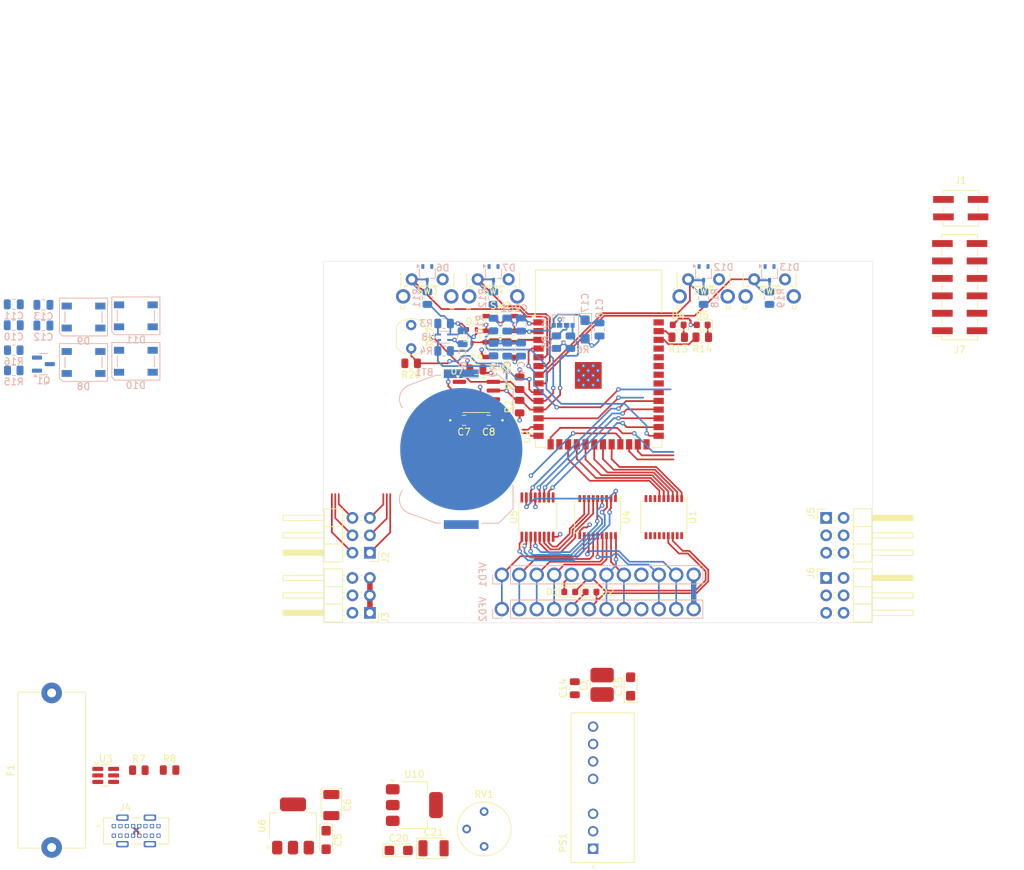
<source format=kicad_pcb>
(kicad_pcb (version 20241229) (generator "pcbnew") (generator_version "9.0")
  (layers (0 "F.Cu" signal) (4 "In1.Cu" signal) (6 "In2.Cu" signal) (2 "B.Cu" signal) (13 "F.Paste" user) (15 "B.Paste" user) (5 "F.SilkS" user "F.Silkscreen") (7 "B.SilkS" user "B.Silkscreen") (1 "F.Mask" user) (3 "B.Mask" user) (25 "Edge.Cuts" user))
  (net 0 "")
  (net 1 "GND")
  (net 2 "Vfilament")
  (net 3 "+5V")
  (net 4 "Vanode")
  (net 5 "+3V3")
  (net 6 "Net-(PS1-+VIN)")
  (net 7 "/EN")
  (net 8 "+1V5")
  (net 9 "/BTN1")
  (net 11 "/BTN2")
  (net 12 "/BTN3")
  (net 13 "/BTN4")
  (net 14 "/BOOT")
  (net 17 "/SER_RIGHT")
  (net 18 "/LED1")
  (net 19 "/LED2")
  (net 20 "/SER_MID")
  (net 22 "/DRIVER_R1")
  (net 24 "/SRCLK")
  (net 25 "Net-(D2-A2)")
  (net 26 "/GPIO3")
  (net 27 "/GPIO39")
  (net 28 "/COLON_LED")
  (net 31 "/GPIO8")
  (net 32 "/GPIO42")
  (net 33 "/USB_D_DN")
  (net 34 "/USB_D_DP")
  (net 35 "/DRIVER_M1")
  (net 36 "/RCLK")
  (net 37 "/DRIVER_R2")
  (net 38 "/DRIVER_M2")
  (net 39 "/{slash}SRCLR")
  (net 40 "/SER_LEFT")
  (net 41 "/DRIVER_L1")
  (net 42 "/DRIVER_L2")
  (net 43 "/GPIO48")
  (net 44 "/GPIO41")
  (net 45 "/SDA")
  (net 46 "/GPIO40")
  (net 47 "/SCL")
  (net 48 "/GRID_L1")
  (net 49 "/GRID_R1")
  (net 50 "/GRID_L2")
  (net 51 "/GRID_R2")
  (net 52 "/Uphoto")
  (net 53 "Vbat")
  (net 54 "Net-(D1-A2)")
  (net 55 "Net-(D4-K)")
  (net 56 "Net-(D5-K)")
  (net 57 "Net-(D11-DO)")
  (net 58 "Net-(D8-DO)")
  (net 60 "Net-(D10-DIN)")
  (net 61 "Net-(D10-DO)")
  (net 62 "Net-(U3-VP)")
  (net 63 "Net-(J1-Pin_3)")
  (net 64 "Net-(J1-Pin_2)")
  (net 65 "Net-(J4-D+-PadA6)")
  (net 66 "Net-(J4-D--PadA7)")
  (net 67 "Net-(J4-CC2)")
  (net 69 "Net-(J4-CC1)")
  (net 71 "Net-(SW2-A)")
  (net 72 "Net-(U4-O1)")
  (net 73 "Net-(U4-I1)")
  (net 74 "Net-(U4-I6)")
  (net 75 "Net-(U4-O5)")
  (net 76 "Net-(U4-I2)")
  (net 77 "Net-(U4-O8)")
  (net 78 "Net-(U4-O6)")
  (net 79 "Net-(U4-O4)")
  (net 80 "Net-(U4-O3)")
  (net 81 "Net-(U4-O2)")
  (net 82 "Net-(U4-I8)")
  (net 83 "Net-(U4-I7)")
  (net 84 "Net-(U4-I3)")
  (net 85 "Net-(U4-O7)")
  (net 86 "Net-(U4-I4)")
  (net 87 "Net-(U4-I5)")
  (footprint "Package_TO_SOT_SMD:SOT-323_SC-70" (layer "F.Cu") (at 113.65 97.275 -90)
    (property "Reference" "D3")
    (property "Value" "1PS70SB84")
  )
  (footprint "LED_SMD:LED_0603_1608Metric" (layer "F.Cu") (at 147.2 95.6 180)
    (property "Reference" "D5")
    (property "Value" "MCU LED")
  )
  (footprint "Connector_PinHeader_2.54mm:PinHeader_2x03_P2.54mm_Horizontal" (layer "F.Cu") (at 165.25 132.46)
    (property "Reference" "J6")
    (property "Value" "R_PWR_CONN")
  )
  (footprint "Diode_SMD:D_0603_1608Metric" (layer "F.Cu") (at 127.9 134.5)
    (property "Reference" "D1")
    (property "Value" "XGD10603MR")
  )
  (footprint "Package_SO:TSSOP-16_4.4x5mm_P0.65mm" (layer "F.Cu") (at 123.2 123.6 90)
    (property "Reference" "U5")
    (property "Value" "SN74HC595PWR")
  )
  (footprint "Package_SO:SSOP-18_4.4x6.5mm_P0.65mm" (layer "F.Cu") (at 131.96 123.6 -90)
    (property "Reference" "U4")
    (property "Value" "TBD62783AFNG")
  )
  (footprint "Resistor_SMD:R_0805_2012Metric" (layer "F.Cu") (at 143.7 97.4 180)
    (property "Reference" "R13")
    (property "Value" "180")
  )
  (footprint "Connector_PinHeader_2.54mm:PinHeader_2x03_P2.54mm_Horizontal" (layer "F.Cu") (at 98.79 128.79 180)
    (property "Reference" "J2")
    (property "Value" "L_SIG_CONN")
  )
  (footprint "Package_SO:SSOP-18_4.4x6.5mm_P0.65mm" (layer "F.Cu") (at 141.6 123.6 -90)
    (property "Reference" "U1")
    (property "Value" "TBD62783AFWG")
  )
  (footprint "Capacitor_Tantalum_SMD:CP_EIA-3528-15_AVX-H" (layer "F.Cu") (at 93.178 165.54 -90)
    (property "Reference" "C6")
    (property "Value" "22u")
  )
  (footprint "Button_Switch_THT:SW_Tactile_SPST_Angled_PTS645Vx83-2LFS" (layer "F.Cu") (at 114.5 88.9625)
    (property "Reference" "SW4")
    (property "Value" "SW_SPST")
  )
  (footprint "Button_Switch_SMD:SW_SPST_PTS810" (layer "F.Cu") (at 117.8 95.4)
    (property "Reference" "SW2")
    (property "Value" "SW_SPST")
  )
  (footprint "Resistor_SMD:R_0805_2012Metric" (layer "F.Cu") (at 120.6 104.1 -90)
    (property "Reference" "R1")
    (property "Value" "4k7")
  )
  (footprint "Resistor_SMD:R_0805_2012Metric" (layer "F.Cu") (at 120.6 107.5 90)
    (property "Reference" "R2")
    (property "Value" "4k7")
  )
  (footprint "Button_Switch_THT:SW_Tactile_SPST_Angled_PTS645Vx83-2LFS" (layer "F.Cu") (at 145.15 88.9625)
    (property "Reference" "SW5")
    (property "Value" "SW_SPST")
  )
  (footprint "LED_SMD:LED_0603_1608Metric" (layer "F.Cu") (at 143.7 95.6 180)
    (property "Reference" "D4")
    (property "Value" "Power LED")
  )
  (footprint "Button_Switch_THT:SW_Tactile_SPST_Angled_PTS645Vx83-2LFS" (layer "F.Cu") (at 154.76 88.9625)
    (property "Reference" "SW6")
    (property "Value" "SW_SPST")
  )
  (footprint "Capacitor_Tantalum_SMD:CP_EIA-3216-18_Kemet-A" (layer "F.Cu") (at 136.764 148.268 90)
    (property "Reference" "C15")
    (property "Value" "10u")
  )
  (footprint "VFDClock_custom_lib:CUI_UJ20-C-V-C-2-SMT-TR" (layer "F.Cu") (at 64.75 169.3)
    (property "Reference" "J4")
    (property "Value" "USB_C_Receptacle_USB2.0_16P")
  )
  (footprint "Package_TO_SOT_SMD:SC-74-6_1.55x2.9mm_P0.95mm" (layer "F.Cu") (at 60.31 161.222)
    (property "Reference" "U3")
    (property "Value" "IP4234CZ6")
  )
  (footprint "RF_Module:ESP32-S3-WROOM-1" (layer "F.Cu") (at 132.1 100.5)
    (property "Reference" "U2")
    (property "Value" "ESP32-S3-WROOM-1")
  )
  (footprint "Capacitor_SMD:C_0805_2012Metric" (layer "F.Cu") (at 114.3 102.1 180)
    (property "Reference" "C9")
    (property "Value" "100n")
  )
  (footprint "Resistor_SMD:R_0805_2012Metric" (layer "F.Cu") (at 147.2 97.4 180)
    (property "Reference" "R14")
    (property "Value" "180")
  )
  (footprint "Resistor_SMD:R_0805_2012Metric" (layer "F.Cu") (at 104.8 101.2 180)
    (property "Reference" "R20")
    (property "Value" "10k")
  )
  (footprint "Capacitor_SMD:C_0805_2012Metric" (layer "F.Cu") (at 112.5 109.5 180)
    (property "Reference" "C7")
    (property "Value" "1n")
  )
  (footprint "Resistor_SMD:R_0805_2012Metric" (layer "F.Cu") (at 65.136 160.46)
    (property "Reference" "R7")
    (property "Value" "5k1")
  )
  (footprint "Resistor_SMD:R_0805_2012Metric" (layer "F.Cu") (at 69.616 160.442)
    (property "Reference" "R8")
    (property "Value" "5k1")
  )
  (footprint "Inductor_SMD:L_1812_4532Metric" (layer "F.Cu") (at 132.614 148.024 90)
    (property "Reference" "L1")
    (property "Value" "5.6u")
  )
  (footprint "Capacitor_Tantalum_SMD:CP_EIA-3216-18_Kemet-A" (layer "F.Cu") (at 102.982 172.144)
    (property "Reference" "C20")
    (property "Value" "10u")
  )
  (footprint "Connector_PinHeader_2.54mm:PinHeader_2x03_P2.54mm_Horizontal" (layer "F.Cu") (at 98.79 137.54 180)
    (property "Reference" "J3")
    (property "Value" "L_PWR_CONN")
  )
  (footprint "Package_SO:SOIC-8_3.9x4.9mm_P1.27mm" (layer "F.Cu") (at 114.3 105.8)
    (property "Reference" "U7")
    (property "Value" "DS3231MZ+TRL")
  )
  (footprint "Capacitor_SMD:C_0805_2012Metric" (layer "F.Cu") (at 116.1 109.5)
    (property "Reference" "C8")
    (property "Value" "100n")
  )
  (footprint "Button_Switch_SMD:SW_SPST_PTS810" (layer "F.Cu") (at 117.8 99.2)
    (property "Reference" "SW1")
    (property "Value" "SW_SPST")
  )
  (footprint "Diode_SMD:D_0603_1608Metric" (layer "F.Cu") (at 131 134.5)
    (property "Reference" "D2")
    (property "Value" "XGD10603MR")
  )
  (footprint "Connector_PinHeader_2.54mm:PinHeader_2x03_P2.54mm_Horizontal" (layer "F.Cu") (at 165.25 123.71)
    (property "Reference" "J5")
    (property "Value" "R_SIG_CONN")
  )
  (footprint "Capacitor_Tantalum_SMD:CP_EIA-3528-15_AVX-H" (layer "F.Cu") (at 108.062 171.835)
    (property "Reference" "C21")
    (property "Value" "22u")
  )
  (footprint "Package_TO_SOT_SMD:SOT-223-3_TabPin2" (layer "F.Cu") (at 105.268 165.54)
    (property "Reference" "U10")
    (property "Value" "AMS1117-1.5")
  )
  (footprint "Connector_PinSocket_2.54mm:PinSocket_2x02_P2.54mm_Vertical_SMD" (layer "F.Cu") (at 184.85 78.6)
    (property "Reference" "J1")
    (property "Value" "Conn_01x04_Socket")
  )
  (footprint "Capacitor_SMD:C_0805_2012Metric" (layer "F.Cu") (at 128.636 148.522 90)
    (property "Reference" "C14")
    (property "Value" "1u")
  )
  (footprint "Connector_PinSocket_2.54mm:PinSocket_2x06_P2.54mm_Vertical_SMD" (layer "F.Cu") (at 184.7 90.1 180)
    (property "Reference" "J7")
    (property "Value" "Conn_02x06_Top_Bottom")
  )
  (footprint "Capacitor_Tantalum_SMD:CP_EIA-3216-18_Kemet-A" (layer "F.Cu") (at 92.416 170.62 -90)
    (property "Reference" "C5")
    (property "Value" "10u")
  )
  (footprint "Fuse:Fuseholder_Cylinder-5x20mm_Schurter_0031_8201_Horizontal_Open" (layer "F.Cu") (at 52.436 171.71 90)
    (property "Reference" "F1")
    (property "Value" "3,5 A")
  )
  (footprint "Package_TO_SOT_SMD:SOT-223-3_TabPin2" (layer "F.Cu") (at 87.59 168.588 90)
    (property "Reference" "U6")
    (property "Value" "AMS1117-3.3")
  )
  (footprint "VFDClock_custom_lib:CONV_RS3K-0524S_H3" (layer "F.Cu") (at 132.7 163 90)
    (property "Reference" "PS1")
    (property "Value" "RS3K-0524S_H3")
  )
  (footprint "OptoDevice:R_LDR_5.1x4.3mm_P3.4mm_Vertical" (layer "F.Cu") (at 104.8 95.625 -90)
    (property "Reference" "R17")
    (property "Value" "R_Photo")
  )
  (footprint "Button_Switch_THT:SW_Tactile_SPST_Angled_PTS645Vx83-2LFS" (layer "F.Cu") (at 104.89 88.9625)
    (property "Reference" "SW3")
    (property "Value" "SW_SPST")
  )
  (footprint "Potentiometer_THT:Potentiometer_Bourns_3339P_Vertical" (layer "F.Cu") (at 115.428 171.566)
    (property "Reference" "RV1")
    (property "Value" "10")
  )
  (footprint "LED_SMD:LED_Inolux_IN-PI554FCH_PLCC4_5.0x5.0mm_P3.2mm" (layer "B.Cu") (at 57.08 94.458)
    (property "Reference" "D9")
    (property "Value" "Inolux_IN-PI554FCH")
  )
  (footprint "Resistor_SMD:R_0805_2012Metric" (layer "B.Cu") (at 125.945 98.1175 90)
    (property "Reference" "R5")
    (property "Value" "4k7")
  )
  (footprint "Capacitor_SMD:C_0805_2012Metric" (layer "B.Cu") (at 112.3 97.4 -90)
    (property "Reference" "C16")
    (property "Value" "100n")
  )
  (footprint "Resistor_SMD:R_0805_2012Metric" (layer "B.Cu") (at 147.39 91.7 90)
    (property "Reference" "R18")
    (property "Value" "10k")
  )
  (footprint "Resistor_SMD:R_0805_2012Metric" (layer "B.Cu") (at 157 91.7 90)
    (property "Reference" "R19")
    (property "Value" "10k")
  )
  (footprint "Package_TO_SOT_SMD:SOT-323_SC-70" (layer "B.Cu") (at 147.39 88.1 -90)
    (property "Reference" "D12")
    (property "Value" "1PS70SB84")
  )
  (footprint "Package_TO_SOT_SMD:SOT-323_SC-70" (layer "B.Cu") (at 116.8 88.1 -90)
    (property "Reference" "D7")
    (property "Value" "1PS70SB84")
  )
  (footprint "LED_SMD:LED_Inolux_IN-PI554FCH_PLCC4_5.0x5.0mm_P3.2mm" (layer "B.Cu") (at 64.7 100.9)
    (property "Reference" "D10")
    (property "Value" "Inolux_IN-PI554FCH")
  )
  (footprint "Resistor_SMD:R_0805_2012Metric" (layer "B.Cu") (at 116.775 91.7 90)
    (property "Reference" "R12")
    (property "Value" "10k")
  )
  (footprint "Resistor_SMD:R_0805_2012Metric" (layer "B.Cu") (at 109.6 95.4 180)
    (property "Reference" "R3")
    (property "Value" "4k7")
  )
  (footprint "Capacitor_SMD:C_0805_2012Metric" (layer "B.Cu") (at 51.238 95.69)
    (property "Reference" "C12")
    (property "Value" "100n")
  )
  (footprint "Package_TO_SOT_SMD:SOT-23" (layer "B.Cu") (at 51.238 101.316)
    (property "Reference" "Q1")
    (property "Value" "BSS138")
  )
  (footprint "Package_TO_SOT_SMD:SOT-323_SC-70" (layer "B.Cu") (at 157 88.1 -90)
    (property "Reference" "D13")
    (property "Value" "1PS70SB84")
  )
  (footprint "Capacitor_SMD:C_0805_2012Metric" (layer "B.Cu") (at 120.8 99.2 -90)
    (property "Reference" "C4")
    (property "Value" "100n")
  )
  (footprint "Resistor_SMD:R_0805_2012Metric" (layer "B.Cu") (at 116.8 95.55 90)
    (property "Reference" "R10")
    (property "Value" "10k")
  )
  (footprint "Capacitor_Tantalum_SMD:CP_EIA-3216-18_Kemet-A" (layer "B.Cu") (at 130.13 96.2675 -90)
    (property "Reference" "C17")
    (property "Value" "10u")
  )
  (footprint "VFDClock_custom_lib:VEML3235SL_Horizontal" (layer "B.Cu") (at 126.935 95.0175)
    (property "Reference" "U9")
    (property "Value" "VEML3235SL")
  )
  (footprint "Connector_PinSocket_2.54mm:PinSocket_1x12_P2.54mm_Vertical" (layer "B.Cu") (at 118.01 137 -90)
    (property "Reference" "VFD2")
    (property "Value" "IV-22")
  )
  (footprint "Resistor_SMD:R_0805_2012Metric" (layer "B.Cu") (at 46.92 99.284)
    (property "Reference" "R16")
    (property "Value" "10k")
  )
  (footprint "Battery:BatteryHolder_Keystone_3034_1x20mm" (layer "B.Cu") (at 112.1 113.7 90)
    (property "Reference" "BT1")
    (property "Value" "CR2032")
  )
  (footprint "Capacitor_SMD:C_0805_2012Metric" (layer "B.Cu") (at 51.238 92.68)
    (property "Reference" "C13")
    (property "Value" "100n")
  )
  (footprint "Capacitor_SMD:C_0805_2012Metric" (layer "B.Cu") (at 46.92 95.652)
    (property "Reference" "C10")
    (property "Value" "100n")
  )
  (footprint "Resistor_SMD:R_0805_2012Metric" (layer "B.Cu") (at 107.165 91.7 90)
    (property "Reference" "R11")
    (property "Value" "10k")
  )
  (footprint "Capacitor_SMD:C_0805_2012Metric" (layer "B.Cu") (at 132.23 96.2675 -90)
    (property "Reference" "C18")
    (property "Value" "100n")
  )
  (footprint "Package_TO_SOT_SMD:SOT-323_SC-70" (layer "B.Cu") (at 107.15 88.1 -90)
    (property "Reference" "D6")
    (property "Value" "1PS70SB84")
  )
  (footprint "Capacitor_SMD:C_0805_2012Metric" (layer "B.Cu") (at 118.8 95.55 90)
    (property "Reference" "C1")
    (property "Value" "22u")
  )
  (footprint "Capacitor_SMD:C_0805_2012Metric" (layer "B.Cu") (at 46.92 92.604)
    (property "Reference" "C11")
    (property "Value" "100n")
  )
  (footprint "LED_SMD:LED_Inolux_IN-PI554FCH_PLCC4_5.0x5.0mm_P3.2mm" (layer "B.Cu") (at 57.08 101.078)
    (property "Reference" "D8")
    (property "Value" "Inolux_IN-PI554FCH")
  )
  (footprint "Capacitor_SMD:C_0805_2012Metric" (layer "B.Cu") (at 120.8 95.55 90)
    (property "Reference" "C2")
    (property "Value" "100n")
  )
  (footprint "Capacitor_SMD:C_0805_2012Metric" (layer "B.Cu") (at 118.8 99.2 -90)
    (property "Reference" "C3")
    (property "Value" "1u")
  )
  (footprint "Resistor_SMD:R_0805_2012Metric" (layer "B.Cu") (at 46.92 102.234)
    (property "Reference" "R15")
    (property "Value" "10k")
  )
  (footprint "Sensor_Humidity:Sensirion_DFN-4_1.5x1.5mm_P0.8mm_SHT4x_NoCentralPad" (layer "B.Cu") (at 109.6 97.4)
    (property "Reference" "U8")
    (property "Value" "SHT45-AD1B-R2")
  )
  (footprint "Resistor_SMD:R_0805_2012Metric" (layer "B.Cu") (at 128 98.1175 90)
    (property "Reference" "R6")
    (property "Value" "4k7")
  )
  (footprint "Resistor_SMD:R_0805_2012Metric" (layer "B.Cu") (at 116.8 99.2 90)
    (property "Reference" "R9")
    (property "Value" "10k")
  )
  (footprint "Connector_PinSocket_2.54mm:PinSocket_1x12_P2.54mm_Vertical" (layer "B.Cu") (at 118.01 132 -90)
    (property "Reference" "VFD1")
    (property "Value" "IV-22")
  )
  (footprint "Resistor_SMD:R_0805_2012Metric" (layer "B.Cu") (at 109.6 99.4 180)
    (property "Reference" "R4")
    (property "Value" "4k7")
  )
  (footprint "LED_SMD:LED_Inolux_IN-PI554FCH_PLCC4_5.0x5.0mm_P3.2mm" (layer "B.Cu") (at 64.7 94.28)
    (property "Reference" "D11")
    (property "Value" "Inolux_IN-PI554FCH")
  )
  (gr_rect (start 92 86.35) (end 172 139) (stroke (width 0.05)) (fill no) (layer "Edge.Cuts"))
  (segment (start 130.4 125.1) (end 129.9 125.1) (width 0.25) (layer "F.Cu") (net 1))
  (segment (start 115.725 96.475) (end 115.725 95.625) (width 0.3) (layer "F.Cu") (net 1))
  (segment (start 130.8 124.7) (end 130.4 125.1) (width 0.25) (layer "F.Cu") (net 1))
  (segment (start 127.1125 133.0575) (end 128.17 132) (width 0.25) (layer "F.Cu") (net 1))
  (segment (start 119.875 96.475) (end 119.875 95.559185) (width 0.3) (layer "F.Cu") (net 1))
  (segment (start 119.875 95.559185) (end 119.877182 95.557003) (width 0.3) (layer "F.Cu") (net 1))
  (segment (start 113 100.8) (end 113 101.75) (width 0.25) (layer "F.Cu") (net 1))
  (segment (start 126.1375 126.4625) (end 126.5 126.1) (width 0.25) (layer "F.Cu") (net 1))
  (segment (start 129.9 125.1) (end 129.36 125.64) (width 0.25) (layer "F.Cu") (net 1))
  (segment (start 125.475 126.4625) (end 126.1375 126.4625) (width 0.25) (layer "F.Cu") (net 1))
  (segment (start 113 101.75) (end 113.35 102.1) (width 0.25) (layer "F.Cu") (net 1))
  (segment (start 127.1125 134.5) (end 127.1125 133.0575) (width 0.25) (layer "F.Cu") (net 1))
  (segment (start 122.875 120.7375) (end 122.875 122.075) (width 0.25) (layer "F.Cu") (net 1))
  (segment (start 130.2125 134.5875) (end 128.17 136.63) (width 0.25) (layer "F.Cu") (net 1))
  (segment (start 114.3 96.925) (end 113.9 97.325) (width 0.25) (layer "F.Cu") (net 1))
  (segment (start 122 95.4) (end 123.19 95.4) (width 0.3) (layer "F.Cu") (net 1))
  (segment (start 115.074327 99.217761) (end 115.074327 99.874327) (width 0.3) (layer "F.Cu") (net 1))
  (segment (start 119.875 100.275) (end 119.875 100.975) (width 0.3) (layer "F.Cu") (net 1))
  (segment (start 115.074327 99.874327) (end 115.475 100.275) (width 0.3) (layer "F.Cu") (net 1))
  (segment (start 115.725 95.625) (end 115.7 95.6) (width 0.3) (layer "F.Cu") (net 1))
  (segment (start 117.05 107.98) (end 116.775 107.705) (width 0.25) (layer "F.Cu") (net 1))
  (segment (start 130.2125 134.5) (end 130.2125 134.5875) (width 0.25) (layer "F.Cu") (net 1))
  (segment (start 119.875 100.975) (end 119.9 101) (width 0.3) (layer "F.Cu") (net 1))
  (segment (start 115.475 100.275) (end 115.725 100.275) (width 0.3) (layer "F.Cu") (net 1))
  (segment (start 117.05 109.5) (end 117.05 107.98) (width 0.25) (layer "F.Cu") (net 1))
  (segment (start 128.17 136.63) (end 128.17 137) (width 0.25) (layer "F.Cu") (net 1))
  (segment (start 123.19 95.4) (end 123.35 95.24) (width 0.3) (layer "F.Cu") (net 1))
  (segment (start 114.3 96.275) (end 114.3 96.925) (width 0.25) (layer "F.Cu") (net 1))
  (segment (start 129.36 125.64) (end 129.36 126.3) (width 0.25) (layer "F.Cu") (net 1))
  (segment (start 117.05 109.5) (end 118.1 109.5) (width 0.25) (layer "F.Cu") (net 1))
  (segment (start 111.55 109.5) (end 110.5 109.5) (width 0.25) (layer "F.Cu") (net 1))
  (segment (start 122.875 122.075) (end 122.9 122.1) (width 0.25) (layer "F.Cu") (net 1))
  (via (at 126.5 126.1) (size 0.65) (drill 0.35) (layers "F.Cu" "B.Cu") (net 1))
  (via (at 119.877182 95.557003) (size 0.65) (drill 0.35) (layers "F.Cu" "B.Cu") (net 1))
  (via (at 113.9 97.325) (size 0.65) (drill 0.35) (layers "F.Cu" "B.Cu") (net 1))
  (via (at 113 100.8) (size 0.65) (drill 0.35) (layers "F.Cu" "B.Cu") (net 1))
  (via (at 115.7 95.6) (size 0.65) (drill 0.35) (layers "F.Cu" "B.Cu") (net 1))
  (via (at 119.9 101) (size 0.65) (drill 0.35) (layers "F.Cu" "B.Cu") (net 1))
  (via (at 110.5 109.5) (size 0.65) (drill 0.35) (layers "F.Cu" "B.Cu") (net 1))
  (via (at 111.1 97.7875) (size 0.65) (drill 0.35) (layers "F.Cu" "B.Cu") (net 1))
  (via (at 131.1 98.6) (size 0.65) (drill 0.35) (layers "F.Cu" "B.Cu") (net 1))
  (via (at 122 95.4) (size 0.65) (drill 0.35) (layers "F.Cu" "B.Cu") (net 1))
  (via (at 126.445 94.8175) (size 0.65) (drill 0.35) (layers "F.Cu" "B.Cu") (net 1))
  (via (at 130.8 124.7) (size 0.65) (drill 0.35) (layers "F.Cu" "B.Cu") (net 1))
  (via (at 118.1 109.5) (size 0.65) (drill 0.35) (layers "F.Cu" "B.Cu") (net 1))
  (via (at 115.074327 99.217761) (size 0.65) (drill 0.35) (layers "F.Cu" "B.Cu") (net 1))
  (via (at 122.9 122.1) (size 0.65) (drill 0.35) (layers "F.Cu" "B.Cu") (net 1))
  (segment (start 111.6625 98.35) (end 111.1 97.7875) (width 0.25) (layer "B.Cu") (net 1))
  (segment (start 132.23 97.2175) (end 132.125 97.3225) (width 0.25) (layer "B.Cu") (net 1))
  (segment (start 120.8 94.6) (end 121.2 94.6) (width 0.3) (layer "B.Cu") (net 1))
  (segment (start 121.2 94.6) (end 122 95.4) (width 0.3) (layer "B.Cu") (net 1))
  (segment (start 132.125 97.975) (end 131.5 98.6) (width 0.25) (layer "B.Cu") (net 1))
  (segment (start 131.0075 98.6) (end 131.1 98.6) (width 0.25) (layer "B.Cu") (net 1))
  (segment (start 112.3 98.35) (end 111.6625 98.35) (width 0.25) (layer "B.Cu") (net 1))
  (segment (start 118.8 100.15) (end 119.05 100.15) (width 0.25) (layer "B.Cu") (net 1))
  (segment (start 119.05 100.15) (end 119.9 101) (width 0.25) (layer "B.Cu") (net 1))
  (segment (start 119.877182 95.522818) (end 120.8 94.6) (width 0.3) (layer "B.Cu") (net 1))
  (segment (start 110.3 97.8) (end 111.0875 97.8) (width 0.25) (layer "B.Cu") (net 1))
  (segment (start 130.13 97.6175) (end 130.13 97.7225) (width 0.25) (layer "B.Cu") (net 1))
  (segment (start 112.3 98.35) (end 112.15 98.35) (width 0.25) (layer "B.Cu") (net 1))
  (segment (start 131.5 98.6) (end 131.1 98.6) (width 0.25) (layer "B.Cu") (net 1))
  (segment (start 119.877182 95.557003) (end 119.877182 95.522818) (width 0.3) (layer "B.Cu") (net 1))
  (segment (start 132.125 97.3225) (end 132.125 97.975) (width 0.25) (layer "B.Cu") (net 1))
  (segment (start 119.95 101) (end 120.8 100.15) (width 0.3) (layer "B.Cu") (net 1))
  (segment (start 111.0875 97.8) (end 111.1 97.7875) (width 0.25) (layer "B.Cu") (net 1))
  (segment (start 126.425 94.8375) (end 126.445 94.8175) (width 0.25) (layer "B.Cu") (net 1))
  (segment (start 119.9 101) (end 119.95 101) (width 0.3) (layer "B.Cu") (net 1))
  (segment (start 130.13 97.7225) (end 131.0075 98.6) (width 0.25) (layer "B.Cu") (net 1))
  (segment (start 118.920179 94.6) (end 119.877182 95.557003) (width 0.3) (layer "B.Cu") (net 1))
  (segment (start 126.425 95.6675) (end 126.425 94.8375) (width 0.25) (layer "B.Cu") (net 1))
  (segment (start 118.8 94.6) (end 118.920179 94.6) (width 0.3) (layer "B.Cu") (net 1))
  (segment (start 145.95 132) (end 145.95 137) (width 0.8) (layer "B.Cu") (net 2))
  (segment (start 98.79 132.46) (end 98.79 135) (width 0.8) (layer "F.Cu") (net 3))
  (segment (start 98.79 137.54) (end 98.79 135) (width 0.8) (layer "F.Cu") (net 3))
  (segment (start 114.9 104.682401) (end 114.9 105.4) (width 0.25) (layer "F.Cu") (net 5))
  (segment (start 142.9125 95.6) (end 143.8125 94.7) (width 0.3) (layer "F.Cu") (net 5))
  (segment (start 115.25 102.35) (end 115.25 102.1) (width 0.3) (layer "F.Cu") (net 5))
  (segment (start 145.5 95.6) (end 146.4125 95.6) (width 0.3) (layer "F.Cu") (net 5))
  (segment (start 122 96.6) (end 123.26 96.6) (width 0.3) (layer "F.Cu") (net 5))
  (segment (start 123.34 96.5) (end 123.35 96.51) (width 0.8) (layer "F.Cu") (net 5))
  (segment (start 145.2 94.7) (end 145.5 95) (width 0.3) (layer "F.Cu") (net 5))
  (segment (start 115.935 106.435) (end 116.775 106.435) (width 0.25) (layer "F.Cu") (net 5))
  (segment (start 115.5 102.6) (end 115.25 102.35) (width 0.3) (layer "F.Cu") (net 5))
  (segment (start 120.6 103.1875) (end 120.6 102.1) (width 0.3) (layer "F.Cu") (net 5))
  (segment (start 116.4 102.6) (end 115.5 102.6) (width 0.3) (layer "F.Cu") (net 5))
  (segment (start 123.26 96.6) (end 123.35 96.51) (width 0.3) (layer "F.Cu") (net 5))
  (segment (start 114.850648 104.633049) (end 114.9 104.682401) (width 0.25) (layer "F.Cu") (net 5))
  (segment (start 145.5 95) (end 145.5 95.6) (width 0.3) (layer "F.Cu") (net 5))
  (segment (start 143.8125 94.7) (end 145.2 94.7) (width 0.3) (layer "F.Cu") (net 5))
  (segment (start 114.9 105.4) (end 115.935 106.435) (width 0.25) (layer "F.Cu") (net 5))
  (segment (start 120.6 108.4125) (end 120.6 109.5) (width 0.3) (layer "F.Cu") (net 5))
  (segment (start 112.125 95.4) (end 113 96.275) (width 0.25) (layer "F.Cu") (net 5))
  (segment (start 111.6 95.4) (end 112.125 95.4) (width 0.25) (layer "F.Cu") (net 5))
  (via (at 111.6 95.4) (size 0.65) (drill 0.35) (layers "F.Cu" "B.Cu") (net 5))
  (via (at 120.6 102.1) (size 0.65) (drill 0.35) (layers "F.Cu" "B.Cu") (net 5))
  (via (at 127 98.2) (size 0.65) (drill 0.35) (layers "F.Cu" "B.Cu") (net 5))
  (via (at 145.5 95.6) (size 0.65) (drill 0.35) (layers "F.Cu" "B.Cu") (net 5))
  (via (at 122 96.6) (size 0.65) (drill 0.35) (layers "F.Cu" "B.Cu") (net 5))
  (via (at 116.4 102.6) (size 0.65) (drill 0.35) (layers "F.Cu" "B.Cu") (net 5))
  (via (at 114.850648 104.633049) (size 0.65) (drill 0.35) (layers "F.Cu" "B.Cu") (net 5))
  (via (at 120.6 109.5) (size 0.65) (drill 0.35) (layers "F.Cu" "B.Cu") (net 5))
  (segment (start 130.4075 95.3) (end 132.1075 95.3) (width 0.25) (layer "B.Cu") (net 5))
  (segment (start 107.4125 92.6125) (end 109.1 94.3) (width 0.25) (layer "B.Cu") (net 5))
  (segment (start 122 96.6) (end 121.9 96.5) (width 0.3) (layer "B.Cu") (net 5))
  (segment (start 130.025 94.975) (end 130.025 94.9175) (width 0.25) (layer "B.Cu") (net 5))
  (segment (start 126.17 99.03) (end 127 98.2) (width 0.25) (layer "B.Cu") (net 5))
  (segment (start 125.565 94.706136) (end 126.154636 94.1165) (width 0.25) (layer "B.Cu") (net 5))
  (segment (start 130.025 94.9175) (end 130.13 94.9175) (width 0.25) (layer "B.Cu") (net 5))
  (segment (start 110.5125 95.4) (end 111.6 95.4) (width 0.25) (layer "B.Cu") (net 5))
  (segment (start 132.1075 95.3) (end 132.125 95.3175) (width 0.25) (layer "B.Cu") (net 5))
  (segment (start 127.895 99.03) (end 127.825829 99.03) (width 0.25) (layer "B.Cu") (net 5))
  (segment (start 109.6 94.3) (end 110.5125 95.2125) (width 0.25) (layer "B.Cu") (net 5))
  (segment (start 129.224 94.1165) (end 130.025 94.9175) (width 0.25) (layer "B.Cu") (net 5))
  (segment (start 110.5125 95.2125) (end 110.5125 95.4) (width 0.25) (layer "B.Cu") (net 5))
  (segment (start 113.6 97.514014) (end 113.6 98.8) (width 0.25) (layer "B.Cu") (net 5))
  (segment (start 109.1 94.3) (end 109.6 94.3) (width 0.25) (layer "B.Cu") (net 5))
  (segment (start 125.945 99.03) (end 126.17 99.03) (width 0.25) (layer "B.Cu") (net 5))
  (segment (start 110.5125 96.865692) (end 110.378192 97) (width 0.25) (layer "B.Cu") (net 5))
  (segment (start 125.565 95.6675) (end 124.8 96.4325) (width 0.25) (layer "B.Cu") (net 5))
  (segment (start 127 98.2) (end 127.83 99.03) (width 0.25) (layer "B.Cu") (net 5))
  (segment (start 127.83 99.03) (end 127.895 99.03) (width 0.25) (layer "B.Cu") (net 5))
  (segment (start 121.9 96.5) (end 120.8 96.5) (width 0.3) (layer "B.Cu") (net 5))
  (segment (start 120.8 96.5) (end 118.8 96.5) (width 0.3) (layer "B.Cu") (net 5))
  (segment (start 112.3 96.45) (end 112.3 96.1) (width 0.25) (layer "B.Cu") (net 5))
  (segment (start 113 99.4) (end 110.5125 99.4) (width 0.25) (layer "B.Cu") (net 5))
  (segment (start 112.3 96.45) (end 112.535986 96.45) (width 0.25) (layer "B.Cu") (net 5))
  (segment (start 107.165 92.6125) (end 107.4125 92.6125) (width 0.25) (layer "B.Cu") (net 5))
  (segment (start 110.5125 95.4) (end 110.5125 96.865692) (width 0.25) (layer "B.Cu") (net 5))
  (segment (start 126.154636 94.1165) (end 129.224 94.1165) (width 0.25) (layer "B.Cu") (net 5))
  (segment (start 112.3 96.1) (end 111.6 95.4) (width 0.25) (layer "B.Cu") (net 5))
  (segment (start 112.3 96.45) (end 112.15 96.45) (width 0.25) (layer "B.Cu") (net 5))
  (segment (start 127.895 99.03) (end 128.07 99.03) (width 0.25) (layer "B.Cu") (net 5))
  (segment (start 113.6 98.8) (end 113 99.4) (width 0.25) (layer "B.Cu") (net 5))
  (segment (start 130.025 94.9175) (end 130.4075 95.3) (width 0.25) (layer "B.Cu") (net 5))
  (segment (start 125.565 95.6675) (end 125.565 94.706136) (width 0.25) (layer "B.Cu") (net 5))
  (segment (start 110.378192 97) (end 110.3 97) (width 0.25) (layer "B.Cu") (net 5))
  (segment (start 122.1675 96.4325) (end 122 96.6) (width 0.25) (layer "B.Cu") (net 5))
  (segment (start 111.6 97) (end 110.3 97) (width 0.25) (layer "B.Cu") (net 5))
  (segment (start 112.15 96.45) (end 111.6 97) (width 0.25) (layer "B.Cu") (net 5))
  (segment (start 112.535986 96.45) (end 113.6 97.514014) (width 0.25) (layer "B.Cu") (net 5))
  (segment (start 124.8 96.4325) (end 122.1675 96.4325) (width 0.25) (layer "B.Cu") (net 5))
  (segment (start 123.35 97.78) (end 120.42 97.78) (width 0.3) (layer "F.Cu") (net 7))
  (segment (start 113.8 98.125) (end 113.65 98.275) (width 0.25) (layer "F.Cu") (net 7))
  (segment (start 120.075 98.125) (end 119.875 98.125) (width 0.3) (layer "F.Cu") (net 7))
  (segment (start 119.875 98.125) (end 119.625 98.125) (width 0.3) (layer "F.Cu") (net 7))
  (segment (start 119.2 97.7) (end 117.8 97.7) (width 0.3) (layer "F.Cu") (net 7))
  (segment (start 119.625 98.125) (end 119.2 97.7) (width 0.3) (layer "F.Cu") (net 7))
  (segment (start 116.325 97.7) (end 117.8 97.7) (width 0.3) (layer "F.Cu") (net 7))
  (segment (start 115.725 98.125) (end 115.9 98.125) (width 0.3) (layer "F.Cu") (net 7))
  (segment (start 120.42 97.78) (end 120.075 98.125) (width 0.3) (layer "F.Cu") (net 7))
  (segment (start 115.725 98.125) (end 113.8 98.125) (width 0.25) (layer "F.Cu") (net 7))
  (segment (start 115.575 98.125) (end 115.725 98.125) (width 0.3) (layer "F.Cu") (net 7))
  (segment (start 115.9 98.125) (end 116.325 97.7) (width 0.3) (layer "F.Cu") (net 7))
  (via (at 117.8 97.7) (size 0.65) (drill 0.35) (layers "F.Cu" "B.Cu") (net 7))
  (segment (start 118.8 98.25) (end 118.35 98.25) (width 0.3) (layer "B.Cu") (net 7))
  (segment (start 118.35 98.25) (end 117.8 97.7) (width 0.3) (layer "B.Cu") (net 7))
  (segment (start 117.2125 98.2875) (end 117.8 97.7) (width 0.3) (layer "B.Cu") (net 7))
  (segment (start 118.7625 98.2875) (end 118.8 98.25) (width 0.3) (layer "B.Cu") (net 7))
  (segment (start 116.8 98.2875) (end 117.2125 98.2875) (width 0.3) (layer "B.Cu") (net 7))
  (segment (start 120.8 98.25) (end 118.8 98.25) (width 0.3) (layer "B.Cu") (net 7))
  (segment (start 116.8 98.2875) (end 118.7625 98.2875) (width 0.3) (layer "B.Cu") (net 7))
  (segment (start 124.3 94.4) (end 121.643427 94.4) (width 0.25) (layer "F.Cu") (net 9))
  (segment (start 120.543428 93.3) (end 109.2275 93.3) (width 0.25) (layer "F.Cu") (net 9))
  (segment (start 121.643427 94.4) (end 121.643428 94.4) (width 0.25) (layer "F.Cu") (net 9))
  (segment (start 121.643427 94.4) (end 121.422 94.178573) (width 0.25) (layer "F.Cu") (net 9))
  (segment (start 109.2275 93.3) (end 104.89 88.9625) (width 0.25) (layer "F.Cu") (net 9))
  (segment (start 124.6 100) (end 124.6 94.7) (width 0.25) (layer "F.Cu") (net 9))
  (segment (start 121.422 94.178572) (end 120.543428 93.3) (width 0.25) (layer "F.Cu") (net 9))
  (segment (start 123.35 100.32) (end 124.28 100.32) (width 0.25) (layer "F.Cu") (net 9))
  (segment (start 124.28 100.32) (end 124.6 100) (width 0.25) (layer "F.Cu") (net 9))
  (segment (start 124.6 94.7) (end 124.3 94.4) (width 0.25) (layer "F.Cu") (net 9))
  (segment (start 121.422 94.178573) (end 121.422 94.178572) (width 0.25) (layer "F.Cu") (net 9))
  (segment (start 104.89 88.9625) (end 107.0125 88.9625) (width 0.3) (layer "B.Cu") (net 9))
  (segment (start 107.0125 88.9625) (end 107.15 89.1) (width 0.3) (layer "B.Cu") (net 9))
  (segment (start 107.15 90.7725) (end 107.165 90.7875) (width 0.3) (layer "B.Cu") (net 9))
  (segment (start 104.89 88.9625) (end 104.89 89.415) (width 0.3) (layer "B.Cu") (net 9))
  (segment (start 107.15 89.1) (end 107.15 90.7725) (width 0.3) (layer "B.Cu") (net 9))
  (segment (start 104.89 89.415) (end 106.2625 90.7875) (width 0.3) (layer "B.Cu") (net 9))
  (segment (start 106.2625 90.7875) (end 107.165 90.7875) (width 0.3) (layer "B.Cu") (net 9))
  (segment (start 123.35 101.59) (end 124.35 101.59) (width 0.25) (layer "F.Cu") (net 11))
  (segment (start 118.4375 92.9) (end 114.5 88.9625) (width 0.25) (layer "F.Cu") (net 11))
  (segment (start 120.678 92.9) (end 118.4375 92.9) (width 0.25) (layer "F.Cu") (net 11))
  (segment (start 121.8 94.022) (end 120.678 92.9) (width 0.25) (layer "F.Cu") (net 11))
  (segment (start 125 94.565428) (end 124.456573 94.022) (width 0.25) (layer "F.Cu") (net 11))
  (segment (start 124.456573 94.022) (end 121.8 94.022) (width 0.25) (layer "F.Cu") (net 11))
  (segment (start 125 100.94) (end 125 94.565428) (width 0.25) (layer "F.Cu") (net 11))
  (segment (start 124.35 101.59) (end 125 100.94) (width 0.25) (layer "F.Cu") (net 11))
  (segment (start 115.8375 90.7875) (end 116.775 90.7875) (width 0.3) (layer "B.Cu") (net 11))
  (segment (start 116.6625 88.9625) (end 116.8 89.1) (width 0.3) (layer "B.Cu") (net 11))
  (segment (start 114.5 89.45) (end 115.8375 90.7875) (width 0.3) (layer "B.Cu") (net 11))
  (segment (start 116.775 90.7875) (end 116.775 89.125) (width 0.3) (layer "B.Cu") (net 11))
  (segment (start 114.5 88.9625) (end 114.5 89.45) (width 0.3) (layer "B.Cu") (net 11))
  (segment (start 116.775 89.125) (end 116.8 89.1) (width 0.3) (layer "B.Cu") (net 11))
  (segment (start 114.5 88.9625) (end 116.6625 88.9625) (width 0.3) (layer "B.Cu") (net 11))
  (segment (start 145.4 92.1) (end 145.4 89.2125) (width 0.25) (layer "F.Cu") (net 12))
  (segment (start 143.606 93.894) (end 145.4 92.1) (width 0.25) (layer "F.Cu") (net 12))
  (segment (start 132.706 93.894) (end 143.606 93.894) (width 0.25) (layer "F.Cu") (net 12))
  (segment (start 123.35 102.86) (end 123.74 102.86) (width 0.25) (layer "F.Cu") (net 12))
  (segment (start 123.74 102.86) (end 132.706 93.894) (width 0.25) (layer "F.Cu") (net 12))
  (segment (start 145.4 89.2125) (end 145.15 88.9625) (width 0.25) (layer "F.Cu") (net 12))
  (segment (start 145.15 89.4) (end 145.15 88.9625) (width 0.3) (layer "B.Cu") (net 12))
  (segment (start 147.39 90.7875) (end 146.5375 90.7875) (width 0.3) (layer "B.Cu") (net 12))
  (segment (start 147.39 89.1) (end 147.39 90.7875) (width 0.3) (layer "B.Cu") (net 12))
  (segment (start 146.5375 90.7875) (end 145.15 89.4) (width 0.3) (layer "B.Cu") (net 12))
  (segment (start 145.2875 89.1) (end 145.15 88.9625) (width 0.3) (layer "B.Cu") (net 12))
  (segment (start 147.39 89.1) (end 145.2875 89.1) (width 0.3) (layer "B.Cu") (net 12))
  (segment (start 124.27 104.13) (end 124.6 103.8) (width 0.25) (layer "F.Cu") (net 13))
  (segment (start 123.35 104.13) (end 124.27 104.13) (width 0.25) (layer "F.Cu") (net 13))
  (segment (start 151.418686 88.9625) (end 154.76 88.9625) (width 0.25) (layer "F.Cu") (net 13))
  (segment (start 132.928 94.272) (end 146.109186 94.272) (width 0.25) (layer "F.Cu") (net 13))
  (segment (start 146.109186 94.272) (end 151.418686 88.9625) (width 0.25) (layer "F.Cu") (net 13))
  (segment (start 124.6 102.6) (end 132.928 94.272) (width 0.25) (layer "F.Cu") (net 13))
  (segment (start 124.6 103.8) (end 124.6 102.6) (width 0.25) (layer "F.Cu") (net 13))
  (segment (start 157 90.7875) (end 156.0375 90.7875) (width 0.3) (layer "B.Cu") (net 13))
  (segment (start 154.76 89.51) (end 154.76 88.9625) (width 0.3) (layer "B.Cu") (net 13))
  (segment (start 156.0375 90.7875) (end 154.76 89.51) (width 0.3) (layer "B.Cu") (net 13))
  (segment (start 157 89.1) (end 157 90.7875) (width 0.3) (layer "B.Cu") (net 13))
  (segment (start 157 89.1) (end 154.8975 89.1) (width 0.3) (layer "B.Cu") (net 13))
  (segment (start 154.8975 89.1) (end 154.76 88.9625) (width 0.3) (layer "B.Cu") (net 13))
  (segment (start 139.45 111.75) (end 139.1 111.4) (width 0.25) (layer "F.Cu") (net 14))
  (segment (start 140.85 111.75) (end 139.45 111.75) (width 0.25) (layer "F.Cu") (net 14))
  (via (at 139.1 111.4) (size 0.65) (drill 0.35) (layers "F.Cu" "B.Cu") (net 14))
  (segment (start 115.65 97.4) (end 115.65 98.819514) (width 0.25) (layer "B.Cu") (net 14))
  (segment (start 116.5875 96.4625) (end 115.65 97.4) (width 0.25) (layer "B.Cu") (net 14))
  (segment (start 115.65 98.819514) (end 116.030486 99.2) (width 0.25) (layer "B.Cu") (net 14))
  (segment (start 124.5 104.95) (end 126.65 107.1) (width 0.25) (layer "B.Cu") (net 14))
  (segment (start 126.65 107.1) (end 135.9 107.1) (width 0.25) (layer "B.Cu") (net 14))
  (segment (start 116.8 96.4625) (end 116.5875 96.4625) (width 0.25) (layer "B.Cu") (net 14))
  (segment (start 124.5 101.5) (end 124.5 104.95) (width 0.25) (layer "B.Cu") (net 14))
  (segment (start 116.030486 99.2) (end 122.2 99.2) (width 0.25) (layer "B.Cu") (net 14))
  (segment (start 122.2 99.2) (end 124.5 101.5) (width 0.25) (layer "B.Cu") (net 14))
  (segment (start 135.9 107.1) (end 139.1 110.3) (width 0.25) (layer "B.Cu") (net 14))
  (segment (start 139.1 110.3) (end 139.1 111.4) (width 0.25) (layer "B.Cu") (net 14))
  (segment (start 137.745 115.2) (end 143 115.2) (width 0.25) (layer "F.Cu") (net 17))
  (segment (start 136.545 113) (end 136.545 114) (width 0.25) (layer "F.Cu") (net 17))
  (segment (start 136.545 114) (end 137.745 115.2) (width 0.25) (layer "F.Cu") (net 17))
  (segment (start 141.8975 96.51) (end 142.7875 97.4) (width 0.25) (layer "F.Cu") (net 18))
  (segment (start 140.85 96.51) (end 141.8975 96.51) (width 0.25) (layer "F.Cu") (net 18))
  (segment (start 142.279486 98.426) (end 145.2615 98.426) (width 0.25) (layer "F.Cu") (net 19))
  (segment (start 141.633486 97.78) (end 142.279486 98.426) (width 0.25) (layer "F.Cu") (net 19))
  (segment (start 145.2615 98.426) (end 146.2875 97.4) (width 0.25) (layer "F.Cu") (net 19))
  (segment (start 140.85 97.78) (end 141.633486 97.78) (width 0.25) (layer "F.Cu") (net 19))
  (segment (start 122.499997 119.450003) (end 122.225 119.725) (width 0.25) (layer "F.Cu") (net 20))
  (segment (start 135 107.8) (end 136.1 106.7) (width 0.25) (layer "F.Cu") (net 20))
  (segment (start 122.499997 119.300793) (end 122.499997 119.450003) (width 0.25) (layer "F.Cu") (net 20))
  (segment (start 122.225 119.725) (end 122.225 120.7375) (width 0.25) (layer "F.Cu") (net 20))
  (segment (start 136.1 106.7) (end 140.82 106.7) (width 0.25) (layer "F.Cu") (net 20))
  (segment (start 140.82 106.7) (end 140.85 106.67) (width 0.25) (layer "F.Cu") (net 20))
  (via (at 122.499997 119.300793) (size 0.65) (drill 0.35) (layers "F.Cu" "B.Cu") (net 20))
  (via (at 135 107.8) (size 0.65) (drill 0.35) (layers "F.Cu" "B.Cu") (net 20))
  (segment (start 122.499997 119.200003) (end 122.499997 119.300793) (width 0.25) (layer "B.Cu") (net 20))
  (segment (start 133.9 107.8) (end 122.499997 119.200003) (width 0.25) (layer "B.Cu") (net 20))
  (segment (start 135 107.8) (end 133.9 107.8) (width 0.25) (layer "B.Cu") (net 20))
  (segment (start 143.55 120.9) (end 143.55 119.95) (width 0.25) (layer "F.Cu") (net 22))
  (segment (start 143.55 119.95) (end 140.3 116.7) (width 0.25) (layer "F.Cu") (net 22))
  (segment (start 132.735 115.135) (end 132.735 113) (width 0.25) (layer "F.Cu") (net 22))
  (segment (start 134.3 116.7) (end 132.735 115.135) (width 0.25) (layer "F.Cu") (net 22))
  (segment (start 140.3 116.7) (end 134.3 116.7) (width 0.25) (layer "F.Cu") (net 22))
  (segment (start 135 109.2) (end 140.84 109.2) (width 0.25) (layer "F.Cu") (net 24))
  (segment (start 93.25 125.79) (end 93.25 120.25) (width 0.25) (layer "F.Cu") (net 24))
  (segment (start 124.3 119.3) (end 124.2 119.3) (width 0.25) (layer "F.Cu") (net 24))
  (segment (start 96.25 128.79) (end 93.25 125.79) (width 0.25) (layer "F.Cu") (net 24))
  (segment (start 124.175 119.325) (end 124.175 120.7375) (width 0.25) (layer "F.Cu") (net 24))
  (segment (start 140.84 109.2) (end 140.85 109.21) (width 0.25) (layer "F.Cu") (net 24))
  (segment (start 124.2 119.3) (end 124.175 119.325) (width 0.25) (layer "F.Cu") (net 24))
  (via (at 135 109.2) (size 0.65) (drill 0.35) (layers "F.Cu" "B.Cu") (net 24))
  (via (at 124.3 119.3) (size 0.65) (drill 0.35) (layers "F.Cu" "B.Cu") (net 24))
  (segment (start 135 109.2) (end 134.3 109.2) (width 0.25) (layer "B.Cu") (net 24))
  (segment (start 134.3 109.2) (end 124.3 119.2) (width 0.25) (layer "B.Cu") (net 24))
  (segment (start 124.3 119.2) (end 124.3 119.3) (width 0.25) (layer "B.Cu") (net 24))
  (segment (start 142.9 127.05) (end 142.9 126.3) (width 0.25) (layer "F.Cu") (net 25))
  (segment (start 131.7875 134.5) (end 131.7875 135.5) (width 0.25) (layer "F.Cu") (net 25))
  (segment (start 148.078 132.956572) (end 148.078 131.278) (width 0.25) (layer "F.Cu") (net 25))
  (segment (start 145.322 128.522) (end 144.372 128.522) (width 0.25) (layer "F.Cu") (net 25))
  (segment (start 131.7875 135.5) (end 132.2 135.5) (width 0.25) (layer "F.Cu") (net 25))
  (segment (start 133.022 134.678) (end 146.356573 134.678) (width 0.25) (layer "F.Cu") (net 25))
  (segment (start 131.7875 135.5) (end 131.7875 135.9225) (width 0.25) (layer "F.Cu") (net 25))
  (segment (start 131.7875 135.9225) (end 130.71 137) (width 0.25) (layer "F.Cu") (net 25))
  (segment (start 146.356573 134.678) (end 148.078 132.956572) (width 0.25) (layer "F.Cu") (net 25))
  (segment (start 148.078 131.278) (end 145.322 128.522) (width 0.25) (layer "F.Cu") (net 25))
  (segment (start 132.2 135.5) (end 133.022 134.678) (width 0.25) (layer "F.Cu") (net 25))
  (segment (start 144.372 128.522) (end 142.9 127.05) (width 0.25) (layer "F.Cu") (net 25))
  (segment (start 137.3 111.4) (end 135.6 111.4) (width 0.25) (layer "F.Cu") (net 26))
  (segment (start 135.6 111.4) (end 134.801 110.601) (width 0.25) (layer "F.Cu") (net 26))
  (segment (start 126.514 110.601) (end 125.115 112) (width 0.25) (layer "F.Cu") (net 26))
  (segment (start 125.115 112) (end 125.115 113) (width 0.25) (layer "F.Cu") (net 26))
  (segment (start 134.801 110.601) (end 126.514 110.601) (width 0.25) (layer "F.Cu") (net 26))
  (via (at 137.3 111.4) (size 0.65) (drill 0.35) (layers "F.Cu" "B.Cu") (net 26))
  (segment (start 137.3 111.4) (end 140 114.1) (width 0.25) (layer "B.Cu") (net 26))
  (segment (start 140 114.1) (end 143 114.1) (width 0.25) (layer "B.Cu") (net 26))
  (segment (start 123.35 99.05) (end 122.35 99.05) (width 0.25) (layer "F.Cu") (net 28))
  (segment (start 121.9 99.5) (end 121.9 101.6) (width 0.25) (layer "F.Cu") (net 28))
  (segment (start 132.4 107.6) (end 135 105) (width 0.25) (layer "F.Cu") (net 28))
  (segment (start 126 107.6) (end 132.4 107.6) (width 0.25) (layer "F.Cu") (net 28))
  (segment (start 122.35 99.05) (end 121.9 99.5) (width 0.25) (layer "F.Cu") (net 28))
  (via (at 121.9 101.6) (size 0.65) (drill 0.35) (layers "F.Cu" "B.Cu") (net 28))
  (via (at 126 107.6) (size 0.65) (drill 0.35) (layers "F.Cu" "B.Cu") (net 28))
  (via (at 135 105) (size 0.65) (drill 0.35) (layers "F.Cu" "B.Cu") (net 28))
  (segment (start 122.701 104.301) (end 126 107.6) (width 0.25) (layer "B.Cu") (net 28))
  (segment (start 135 105) (end 142.6 105) (width 0.25) (layer "B.Cu") (net 28))
  (segment (start 121.9 101.6) (end 122.701 102.401) (width 0.25) (layer "B.Cu") (net 28))
  (segment (start 122.701 102.401) (end 122.701 104.301) (width 0.25) (layer "B.Cu") (net 28))
  (segment (start 123.35 109.21) (end 131.99 109.21) (width 0.25) (layer "F.Cu") (net 31))
  (segment (start 131.99 109.21) (end 135 106.2) (width 0.25) (layer "F.Cu") (net 31))
  (via (at 135 106.2) (size 0.65) (drill 0.35) (layers "F.Cu" "B.Cu") (net 31))
  (segment (start 135 106.2) (end 138.6 106.2) (width 0.25) (layer "B.Cu") (net 31))
  (segment (start 121.839999 110.865) (end 121 110.865) (width 0.25) (layer "F.Cu") (net 33))
  (segment (start 123.35 110.48) (end 122.224999 110.48) (width 0.25) (layer "F.Cu") (net 33))
  (segment (start 122.224999 110.48) (end 121.839999 110.865) (width 0.25) (layer "F.Cu") (net 33))
  (segment (start 121.839999 111.365) (end 121 111.365) (width 0.25) (layer "F.Cu") (net 34))
  (segment (start 122.224999 111.75) (end 121.839999 111.365) (width 0.25) (layer "F.Cu") (net 34))
  (segment (start 123.35 111.75) (end 122.224999 111.75) (width 0.25) (layer "F.Cu") (net 34))
  (segment (start 142.25 119.85) (end 139.9 117.5) (width 0.25) (layer "F.Cu") (net 35))
  (segment (start 142.25 120.9) (end 142.25 119.85) (width 0.25) (layer "F.Cu") (net 35))
  (segment (start 139.9 117.5) (end 132.5 117.5) (width 0.25) (layer "F.Cu") (net 35))
  (segment (start 130.195 115.195) (end 130.195 113) (width 0.25) (layer "F.Cu") (net 35))
  (segment (start 132.5 117.5) (end 130.195 115.195) (width 0.25) (layer "F.Cu") (net 35))
  (segment (start 94.25 121.71) (end 94.25 120.25) (width 0.25) (layer "F.Cu") (net 36))
  (segment (start 123.399998 119.299009) (end 123.399998 119.599998) (width 0.25) (layer "F.Cu") (net 36))
  (segment (start 123.525 119.725) (end 123.525 120.7375) (width 0.25) (layer "F.Cu") (net 36))
  (segment (start 140.81 107.9) (end 140.85 107.94) (width 0.25) (layer "F.Cu") (net 36))
  (segment (start 123.399998 119.599998) (end 123.525 119.725) (width 0.25) (layer "F.Cu") (net 36))
  (segment (start 136.2 107.9) (end 140.81 107.9) (width 0.25) (layer "F.Cu") (net 36))
  (segment (start 96.25 123.71) (end 94.25 121.71) (width 0.25) (layer "F.Cu") (net 36))
  (segment (start 135.6 108.5) (end 136.2 107.9) (width 0.25) (layer "F.Cu") (net 36))
  (via (at 135.6 108.5) (size 0.65) (drill 0.35) (layers "F.Cu" "B.Cu") (net 36))
  (via (at 123.399998 119.299009) (size 0.65) (drill 0.35) (layers "F.Cu" "B.Cu") (net 36))
  (segment (start 123.399998 119.200002) (end 123.399998 119.299009) (width 0.25) (layer "B.Cu") (net 36))
  (segment (start 134.1 108.5) (end 123.399998 119.200002) (width 0.25) (layer "B.Cu") (net 36))
  (segment (start 135.6 108.5) (end 134.1 108.5) (width 0.25) (layer "B.Cu") (net 36))
  (segment (start 144.2 120) (end 140.5 116.3) (width 0.25) (layer "F.Cu") (net 37))
  (segment (start 140.5 116.3) (end 135.15 116.3) (width 0.25) (layer "F.Cu") (net 37))
  (segment (start 144.2 120.9) (end 144.2 120) (width 0.25) (layer "F.Cu") (net 37))
  (segment (start 135.15 116.3) (end 134.005 115.155) (width 0.25) (layer "F.Cu") (net 37))
  (segment (start 134.005 115.155) (end 134.005 113) (width 0.25) (layer "F.Cu") (net 37))
  (segment (start 131.465 115.165) (end 131.465 113) (width 0.25) (layer "F.Cu") (net 38))
  (segment (start 140.1 117.1) (end 133.4 117.1) (width 0.25) (layer "F.Cu") (net 38))
  (segment (start 142.9 120.9) (end 142.9 119.9) (width 0.25) (layer "F.Cu") (net 38))
  (segment (start 133.4 117.1) (end 131.465 115.165) (width 0.25) (layer "F.Cu") (net 38))
  (segment (start 142.9 119.9) (end 140.1 117.1) (width 0.25) (layer "F.Cu") (net 38))
  (segment (start 136.2 110.5) (end 140.83 110.5) (width 0.25) (layer "F.Cu") (net 39))
  (segment (start 124.825 119.875) (end 125.4 119.3) (width 0.25) (layer "F.Cu") (net 39))
  (segment (start 93.75 123.75) (end 93.75 120.25) (width 0.25) (layer "F.Cu") (net 39))
  (segment (start 96.25 126.25) (end 93.75 123.75) (width 0.25) (layer "F.Cu") (net 39))
  (segment (start 135.6 109.9) (end 136.2 110.5) (width 0.25) (layer "F.Cu") (net 39))
  (segment (start 140.83 110.5) (end 140.85 110.48) (width 0.25) (layer "F.Cu") (net 39))
  (segment (start 124.825 120.7375) (end 124.825 119.875) (width 0.25) (layer "F.Cu") (net 39))
  (via (at 135.6 109.9) (size 0.65) (drill 0.35) (layers "F.Cu" "B.Cu") (net 39))
  (via (at 125.4 119.3) (size 0.65) (drill 0.35) (layers "F.Cu" "B.Cu") (net 39))
  (segment (start 135.6 109.9) (end 134.8 109.9) (width 0.25) (layer "B.Cu") (net 39))
  (segment (start 134.8 109.9) (end 125.4 119.3) (width 0.25) (layer "B.Cu") (net 39))
  (segment (start 135.275 112.075) (end 134.6 111.4) (width 0.25) (layer "F.Cu") (net 40))
  (segment (start 100.75 121.75) (end 100.75 120.25) (width 0.25) (layer "F.Cu") (net 40))
  (segment (start 134.6 111.4) (end 128.4 111.4) (width 0.25) (layer "F.Cu") (net 40))
  (segment (start 98.79 123.71) (end 100.75 121.75) (width 0.25) (layer "F.Cu") (net 40))
  (segment (start 135.275 113) (end 135.275 112.075) (width 0.25) (layer "F.Cu") (net 40))
  (via (at 122.25 117.55) (size 0.65) (drill 0.35) (layers "F.Cu" "B.Cu") (net 40))
  (via (at 128.4 111.4) (size 0.65) (drill 0.35) (layers "F.Cu" "B.Cu") (net 40))
  (segment (start 122.25 117.55) (end 128.4 111.4) (width 0.25) (layer "B.Cu") (net 40))
  (segment (start 139.5 118.3) (end 130.8 118.3) (width 0.25) (layer "F.Cu") (net 41))
  (segment (start 140.95 119.75) (end 139.5 118.3) (width 0.25) (layer "F.Cu") (net 41))
  (segment (start 127.655 115.155) (end 127.655 113) (width 0.25) (layer "F.Cu") (net 41))
  (segment (start 140.95 120.9) (end 140.95 119.75) (width 0.25) (layer "F.Cu") (net 41))
  (segment (start 130.8 118.3) (end 127.655 115.155) (width 0.25) (layer "F.Cu") (net 41))
  (segment (start 131.7 117.9) (end 128.925 115.125) (width 0.25) (layer "F.Cu") (net 42))
  (segment (start 141.6 120.9) (end 141.6 119.8) (width 0.25) (layer "F.Cu") (net 42))
  (segment (start 141.6 119.8) (end 139.7 117.9) (width 0.25) (layer "F.Cu") (net 42))
  (segment (start 128.925 115.125) (end 128.925 113) (width 0.25) (layer "F.Cu") (net 42))
  (segment (start 139.7 117.9) (end 131.7 117.9) (width 0.25) (layer "F.Cu") (net 42))
  (segment (start 137.815 114.015) (end 138.4 114.6) (width 0.25) (layer "F.Cu") (net 43))
  (segment (start 138.4 114.6) (end 143 114.6) (width 0.25) (layer "F.Cu") (net 43))
  (segment (start 137.815 113) (end 137.815 114.015) (width 0.25) (layer "F.Cu") (net 43))
  (segment (start 120.6 106.5875) (end 120.7875 106.5875) (width 0.25) (layer "F.Cu") (net 45))
  (segment (start 126.5 105.79) (end 124.35 107.94) (width 0.25) (layer "F.Cu") (net 45))
  (segment (start 122.14 107.94) (end 123.35 107.94) (width 0.25) (layer "F.Cu") (net 45))
  (segment (start 124.35 107.94) (end 123.35 107.94) (width 0.25) (layer "F.Cu") (net 45))
  (segment (start 123.31 107.9) (end 123.35 107.94) (width 0.25) (layer "F.Cu") (net 45))
  (segment (start 120.0875 106.5875) (end 120.6 106.5875) (width 0.25) (layer "F.Cu") (net 45))
  (segment (start 126.5 104.8) (end 126.5 105.79) (width 0.25) (layer "F.Cu") (net 45))
  (segment (start 116.81 105.2) (end 116.775 105.165) (width 0.25) (layer "F.Cu") (net 45))
  (segment (start 118.665 105.165) (end 120.0875 106.5875) (width 0.25) (layer "F.Cu") (net 45))
  (segment (start 116.775 105.165) (end 118.665 105.165) (width 0.25) (layer "F.Cu") (net 45))
  (segment (start 120.7875 106.5875) (end 122.14 107.94) (width 0.25) (layer "F.Cu") (net 45))
  (via (at 118.7 105.2) (size 0.65) (drill 0.35) (layers "F.Cu" "B.Cu") (net 45))
  (via (at 126.5 104.8) (size 0.65) (drill 0.35) (layers "F.Cu" "B.Cu") (net 45))
  (segment (start 128 97.205) (end 129.1 98.305) (width 0.25) (layer "B.Cu") (net 45))
  (segment (start 126.5 100.5) (end 126.5 104.8) (width 0.25) (layer "B.Cu") (net 45))
  (segment (start 108.6875 100.8875) (end 108.6875 99.4) (width 0.25) (layer "B.Cu") (net 45))
  (segment (start 108.9 97.8) (end 108.8 97.8) (width 0.25) (layer "B.Cu") (net 45))
  (segment (start 127.895 97.205) (end 128.305 96.795) (width 0.25) (layer "B.Cu") (net 45))
  (segment (start 128.9 100.1) (end 126.9 100.1) (width 0.25) (layer "B.Cu") (net 45))
  (segment (start 117.8 101.6) (end 109.4 101.6) (width 0.25) (layer "B.Cu") (net 45))
  (segment (start 108.6875 97.9125) (end 108.6875 99.4) (width 0.25) (layer "B.Cu") (net 45))
  (segment (start 126.9 100.1) (end 126.5 100.5) (width 0.25) (layer "B.Cu") (net 45))
  (segment (start 128.305 96.795) (end 128.305 95.6675) (width 0.25) (layer "B.Cu") (net 45))
  (segment (start 108.8 97.8) (end 108.6875 97.9125) (width 0.25) (layer "B.Cu") (net 45))
  (segment (start 118.7 105.2) (end 118.7 102.5) (width 0.25) (layer "B.Cu") (net 45))
  (segment (start 118.7 102.5) (end 117.8 101.6) (width 0.25) (layer "B.Cu") (net 45))
  (segment (start 129.1 99.9) (end 128.9 100.1) (width 0.25) (layer "B.Cu") (net 45))
  (segment (start 109.4 101.6) (end 108.6875 100.8875) (width 0.25) (layer "B.Cu") (net 45))
  (segment (start 129.1 98.305) (end 129.1 99.9) (width 0.25) (layer "B.Cu") (net 45))
  (segment (start 108 97.4) (end 109.5 98.9) (width 0.25) (layer "F.Cu") (net 47))
  (segment (start 125.5 104.8) (end 125.5 105.52) (width 0.25) (layer "F.Cu") (net 47))
  (segment (start 112.3 102.717678) (end 113.477322 103.895) (width 0.25) (layer "F.Cu") (net 47))
  (segment (start 109.5 99) (end 112.3 101.8) (width 0.25) (layer "F.Cu") (net 47))
  (segment (start 120.4125 105.0125) (end 120.6 105.0125) (width 0.25) (layer "F.Cu") (net 47))
  (segment (start 112.3 101.8) (end 112.3 102.717678) (width 0.25) (layer "F.Cu") (net 47))
  (segment (start 113.477322 103.895) (end 116.775 103.895) (width 0.25) (layer "F.Cu") (net 47))
  (segment (start 120.6 105.0125) (end 120.8125 105.0125) (width 0.25) (layer "F.Cu") (net 47))
  (segment (start 120.8125 105.0125) (end 122.47 106.67) (width 0.25) (layer "F.Cu") (net 47))
  (segment (start 125.5 105.52) (end 124.35 106.67) (width 0.25) (layer "F.Cu") (net 47))
  (segment (start 123.35 106.67) (end 123.1065 106.9135) (width 0.25) (layer "F.Cu") (net 47))
  (segment (start 119.295 103.895) (end 120.4125 105.0125) (width 0.25) (layer "F.Cu") (net 47))
  (segment (start 122.47 106.67) (end 123.35 106.67) (width 0.25) (layer "F.Cu") (net 47))
  (segment (start 124.35 106.67) (end 123.35 106.67) (width 0.25) (layer "F.Cu") (net 47))
  (segment (start 116.775 103.895) (end 119.295 103.895) (width 0.25) (layer "F.Cu") (net 47))
  (segment (start 109.5 98.9) (end 109.5 99) (width 0.25) (layer "F.Cu") (net 47))
  (via (at 108 97.4) (size 0.65) (drill 0.35) (layers "F.Cu" "B.Cu") (net 47))
  (via (at 125.5 104.8) (size 0.65) (drill 0.35) (layers "F.Cu" "B.Cu") (net 47))
  (segment (start 124.9 98) (end 125.695 97.205) (width 0.25) (layer "B.Cu") (net 47))
  (segment (start 108.821808 97) (end 108.7 96.878192) (width 0.25) (layer "B.Cu") (net 47))
  (segment (start 125.5 104.8) (end 125.5 100.5) (width 0.25) (layer "B.Cu") (net 47))
  (segment (start 108.9 97) (end 108.821808 97) (width 0.25) (layer "B.Cu") (net 47))
  (segment (start 108.4 97) (end 108.9 97) (width 0.25) (layer "B.Cu") (net 47))
  (segment (start 127.445 96.2175) (end 127.345 96.3175) (width 0.25) (layer "B.Cu") (net 47))
  (segment (start 124.9 99.9) (end 124.9 98) (width 0.25) (layer "B.Cu") (net 47))
  (segment (start 127.345 96.3175) (end 126.945 96.3175) (width 0.25) (layer "B.Cu") (net 47))
  (segment (start 125.5 100.5) (end 124.9 99.9) (width 0.25) (layer "B.Cu") (net 47))
  (segment (start 108 97.4) (end 108.4 97) (width 0.25) (layer "B.Cu") (net 47))
  (segment (start 125.695 97.205) (end 125.945 97.205) (width 0.25) (layer "B.Cu") (net 47))
  (segment (start 125.945 97.205) (end 126.257498 97.205) (width 0.25) (layer "B.Cu") (net 47))
  (segment (start 126.0575 97.205) (end 125.945 97.205) (width 0.25) (layer "B.Cu") (net 47))
  (segment (start 108.7 95.4125) (end 108.6875 95.4) (width 0.25) (layer "B.Cu") (net 47))
  (segment (start 127.445 95.6675) (end 127.445 96.2175) (width 0.25) (layer "B.Cu") (net 47))
  (segment (start 108.7 96.878192) (end 108.7 95.4125) (width 0.25) (layer "B.Cu") (net 47))
  (segment (start 126.945 96.3175) (end 126.0575 97.205) (width 0.25) (layer "B.Cu") (net 47))
  (segment (start 101.75 125.83) (end 101.75 120.25) (width 0.25) (layer "F.Cu") (net 48))
  (segment (start 98.79 128.79) (end 101.75 125.83) (width 0.25) (layer "F.Cu") (net 48))
  (segment (start 98.79 126.25) (end 101.25 123.79) (width 0.25) (layer "F.Cu") (net 50))
  (segment (start 101.25 123.79) (end 101.25 120.25) (width 0.25) (layer "F.Cu") (net 50))
  (segment (start 105.7125 101.2) (end 110.1 101.2) (width 0.25) (layer "F.Cu") (net 52))
  (segment (start 104.8 99.025) (end 104.8 100.1) (width 0.25) (layer "F.Cu") (net 52))
  (segment (start 123.35 105.4) (end 122.4 105.4) (width 0.25) (layer "F.Cu") (net 52))
  (segment (start 122.4 105.4) (end 122 105) (width 0.25) (layer "F.Cu") (net 52))
  (segment (start 104.8 100.1) (end 105.7125 101.0125) (width 0.25) (layer "F.Cu") (net 52))
  (segment (start 105.7125 101.0125) (end 105.7125 101.2) (width 0.25) (layer "F.Cu") (net 52))
  (segment (start 122 105) (end 122 103.5) (width 0.25) (layer "F.Cu") (net 52))
  (segment (start 110.1 101.2) (end 110.4 100.9) (width 0.25) (layer "F.Cu") (net 52))
  (via (at 122 103.5) (size 0.65) (drill 0.35) (layers "F.Cu" "B.Cu") (net 52))
  (via (at 110.4 100.9) (size 0.65) (drill 0.35) (layers "F.Cu" "B.Cu") (net 52))
  (segment (start 114.422 101.222) (end 117.956572 101.222) (width 0.25) (layer "B.Cu") (net 52))
  (segment (start 110.4 100.9) (end 111.6 100.9) (width 0.25) (layer "B.Cu") (net 52))
  (segment (start 112.4 100.1) (end 113.3 100.1) (width 0.25) (layer "B.Cu") (net 52))
  (segment (start 120.234572 103.5) (end 122 103.5) (width 0.25) (layer "B.Cu") (net 52))
  (segment (start 113.3 100.1) (end 114.422 101.222) (width 0.25) (layer "B.Cu") (net 52))
  (segment (start 117.956572 101.222) (end 120.234572 103.5) (width 0.25) (layer "B.Cu") (net 52))
  (segment (start 111.6 100.9) (end 112.4 100.1) (width 0.25) (layer "B.Cu") (net 52))
  (segment (start 115.15 109.5) (end 115.15 109.35) (width 0.25) (layer "F.Cu") (net 53))
  (segment (start 115.15 109.35) (end 114.2 108.4) (width 0.25) (layer "F.Cu") (net 53))
  (segment (start 113.265 105.165) (end 114.2 106.1) (width 0.25) (layer "F.Cu") (net 53))
  (segment (start 114.2 108.4) (end 114.2 108.3) (width 0.25) (layer "F.Cu") (net 53))
  (segment (start 111.825 105.165) (end 113.265 105.165) (width 0.25) (layer "F.Cu") (net 53))
  (segment (start 113.45 109.25) (end 114.2 108.5) (width 0.25) (layer "F.Cu") (net 53))
  (segment (start 114.2 108.5) (end 114.2 108.3) (width 0.25) (layer "F.Cu") (net 53))
  (segment (start 113.45 109.5) (end 113.45 109.25) (width 0.25) (layer "F.Cu") (net 53))
  (segment (start 110.850001 105.165) (end 110.2 104.514999) (width 0.25) (layer "F.Cu") (net 53))
  (segment (start 111.825 105.165) (end 110.850001 105.165) (width 0.25) (layer "F.Cu") (net 53))
  (segment (start 114.2 106.1) (end 114.2 108.3) (width 0.25) (layer "F.Cu") (net 53))
  (segment (start 110.2 104.514999) (end 110.2 103.9) (width 0.25) (layer "F.Cu") (net 53))
  (via (at 110.2 103.9) (size 0.65) (drill 0.35) (layers "F.Cu" "B.Cu") (net 53))
  (segment (start 110.285 102.715) (end 112.1 102.715) (width 0.25) (layer "B.Cu") (net 53))
  (segment (start 110.2 102.8) (end 110.285 102.715) (width 0.25) (layer "B.Cu") (net 53))
  (segment (start 110.2 103.9) (end 110.2 102.8) (width 0.25) (layer "B.Cu") (net 53))
  (segment (start 147.7 131.5) (end 145.1 128.9) (width 0.25) (layer "F.Cu") (net 54))
  (segment (start 130.71 132.39) (end 130.71 132) (width 0.25) (layer "F.Cu") (net 54))
  (segment (start 142.25 127.35) (end 142.25 126.3) (width 0.25) (layer "F.Cu") (net 54))
  (segment (start 143.8 128.9) (end 142.25 127.35) (width 0.25) (layer "F.Cu") (net 54))
  (segment (start 128.6875 134.4125) (end 130.71 132.39) (width 0.25) (layer "F.Cu") (net 54))
  (segment (start 128.6875 134.5) (end 128.6875 134.4125) (width 0.25) (layer "F.Cu") (net 54))
  (segment (start 145.1 128.9) (end 143.8 128.9) (width 0.25) (layer "F.Cu") (net 54))
  (segment (start 133.01 134.3) (end 146.2 134.3) (width 0.25) (layer "F.Cu") (net 54))
  (segment (start 130.71 132) (end 133.01 134.3) (width 0.25) (layer "F.Cu") (net 54))
  (segment (start 146.2 134.3) (end 147.7 132.8) (width 0.25) (layer "F.Cu") (net 54))
  (segment (start 147.7 132.8) (end 147.7 131.5) (width 0.25) (layer "F.Cu") (net 54))
  (segment (start 144.4875 95.6) (end 144.4875 97.275) (width 0.25) (layer "F.Cu") (net 55))
  (segment (start 144.4875 97.275) (end 144.6125 97.4) (width 0.25) (layer "F.Cu") (net 55))
  (segment (start 147.9875 97.275) (end 148.1125 97.4) (width 0.25) (layer "F.Cu") (net 56))
  (segment (start 147.9875 95.6) (end 147.9875 97.275) (width 0.25) (layer "F.Cu") (net 56))
  (segment (start 65.189263 170) (end 65.049828 169.860565) (width 0.3) (layer "F.Cu") (net 65))
  (segment (start 65.049828 169.49041) (end 64.3 168.740582) (width 0.3) (layer "F.Cu") (net 65))
  (segment (start 64.3 168.740582) (end 64.3 168.6) (width 0.3) (layer "F.Cu") (net 65))
  (segment (start 65.2 170) (end 65.189263 170) (width 0.3) (layer "F.Cu") (net 65))
  (segment (start 65.049828 169.860565) (end 65.049828 169.49041) (width 0.3) (layer "F.Cu") (net 65))
  (segment (start 64.452316 169.847684) (end 64.452316 169.488266) (width 0.3) (layer "B.Cu") (net 66))
  (segment (start 64.3 170) (end 64.452316 169.847684) (width 0.3) (layer "B.Cu") (net 66))
  (segment (start 65.2 168.740582) (end 65.2 168.6) (width 0.3) (layer "B.Cu") (net 66))
  (segment (start 64.452316 169.488266) (end 65.2 168.740582) (width 0.3) (layer "B.Cu") (net 66))
  (segment (start 119.875 94.325) (end 118.975 94.325) (width 0.3) (layer "F.Cu") (net 71))
  (segment (start 115.725 94.325) (end 116.625 94.325) (width 0.3) (layer "F.Cu") (net 71))
  (segment (start 118.975 94.325) (end 117.8 95.5) (width 0.3) (layer "F.Cu") (net 71))
  (segment (start 116.625 94.325) (end 117.8 95.5) (width 0.3) (layer "F.Cu") (net 71))
  (via (at 117.8 95.5) (size 0.65) (drill 0.35) (layers "F.Cu" "B.Cu") (net 71))
  (segment (start 117.6625 95.5) (end 116.8 94.6375) (width 0.3) (layer "B.Cu") (net 71))
  (segment (start 117.8 95.5) (end 117.6625 95.5) (width 0.3) (layer "B.Cu") (net 71))
  (segment (start 134.635 129.735025) (end 134.635 126.375) (width 0.25) (layer "F.Cu") (net 72))
  (segment (start 134.635 126.375) (end 134.56 126.3) (width 0.25) (layer "F.Cu") (net 72))
  (via (at 134.635 129.735025) (size 0.65) (drill 0.35) (layers "F.Cu" "B.Cu") (net 72))
  (segment (start 134.635 130.615) (end 133.25 132) (width 0.25) (layer "B.Cu") (net 72))
  (segment (start 134.635 129.735025) (end 134.635 130.615) (width 0.25) (layer "B.Cu") (net 72))
  (segment (start 133.25 132) (end 133.25 137) (width 0.25) (layer "B.Cu") (net 72))
  (segment (start 134.6 119.8) (end 134.6 120.86) (width 0.25) (layer "F.Cu") (net 73))
  (segment (start 134.6 120.86) (end 134.56 120.9) (width 0.25) (layer "F.Cu") (net 73))
  (segment (start 121.575 120.7375) (end 121.575 122.075) (width 0.25) (layer "F.Cu") (net 73))
  (segment (start 121.575 122.075) (end 121.6 122.1) (width 0.25) (layer "F.Cu") (net 73))
  (via (at 121.6 122.1) (size 0.65) (drill 0.35) (layers "F.Cu" "B.Cu") (net 73))
  (via (at 134.6 119.8) (size 0.65) (drill 0.35) (layers "F.Cu" "B.Cu") (net 73))
  (segment (start 121.6 122.1) (end 122.8 120.9) (width 0.25) (layer "B.Cu") (net 73))
  (segment (start 122.8 120.9) (end 133.5 120.9) (width 0.25) (layer "B.Cu") (net 73))
  (segment (start 133.5 120.9) (end 134.6 119.8) (width 0.25) (layer "B.Cu") (net 73))
  (segment (start 128.7 126.6) (end 128.7 125.7) (width 0.25) (layer "F.Cu") (net 74))
  (segment (start 131.31 123.09) (end 131.31 120.9) (width 0.25) (layer "F.Cu") (net 74))
  (segment (start 123.525 127.4125) (end 124.9125 128.8) (width 0.25) (layer "F.Cu") (net 74))
  (segment (start 124.9125 128.8) (end 126.5 128.8) (width 0.25) (layer "F.Cu") (net 74))
  (segment (start 123.525 126.4) (end 123.525 127.4125) (width 0.25) (layer "F.Cu") (net 74))
  (segment (start 126.5 128.8) (end 128.7 126.6) (width 0.25) (layer "F.Cu") (net 74))
  (segment (start 128.7 125.7) (end 131.31 123.09) (width 0.25) (layer "F.Cu") (net 74))
  (segment (start 131.96 129.375168) (end 131.96 126.3) (width 0.25) (layer "F.Cu") (net 75))
  (segment (start 131.984832 129.4) (end 131.96 129.375168) (width 0.25) (layer "F.Cu") (net 75))
  (via (at 131.984832 129.4) (size 0.65) (drill 0.35) (layers "F.Cu" "B.Cu") (net 75))
  (segment (start 133.9 129.4) (end 134.3 129) (width 0.25) (layer "B.Cu") (net 75))
  (segment (start 139.37 130.5) (end 140.87 132) (width 0.25) (layer "B.Cu") (net 75))
  (segment (start 134.9 129) (end 136.4 130.5) (width 0.25) (layer "B.Cu") (net 75))
  (segment (start 136.4 130.5) (end 139.37 130.5) (width 0.25) (layer "B.Cu") (net 75))
  (segment (start 131.984832 129.4) (end 133.9 129.4) (width 0.25) (layer "B.Cu") (net 75))
  (segment (start 140.87 132) (end 140.87 137) (width 0.25) (layer "B.Cu") (net 75))
  (segment (start 134.3 129) (end 134.9 129) (width 0.25) (layer "B.Cu") (net 75))
  (segment (start 120.599 128.002665) (end 120.599 127.421937) (width 0.25) (layer "F.Cu") (net 76))
  (segment (start 120.850237 126.474763) (end 120.925 126.4) (width 0.25) (layer "F.Cu") (net 76))
  (segment (start 133.7 122.9) (end 133.7 122.5) (width 0.25) (layer "F.Cu") (net 76))
  (segment (start 120.850237 127.1707) (end 120.850237 126.474763) (width 0.25) (layer "F.Cu") (net 76))
  (segment (start 133.9 120.91) (end 133.91 120.9) (width 0.25) (layer "F.Cu") (net 76))
  (segment (start 133.9 122.3) (end 133.9 120.91) (width 0.25) (layer "F.Cu") (net 76))
  (segment (start 120.6 128.5875) (end 120.6 128.003665) (width 0.25) (layer "F.Cu") (net 76))
  (segment (start 133.7 122.5) (end 133.9 122.3) (width 0.25) (layer "F.Cu") (net 76))
  (segment (start 120.6 128.003665) (end 120.599 128.002665) (width 0.25) (layer "F.Cu") (net 76))
  (segment (start 120.599 127.421937) (end 120.850237 127.1707) (width 0.25) (layer "F.Cu") (net 76))
  (via (at 120.6 128.5875) (size 0.65) (drill 0.35) (layers "F.Cu" "B.Cu") (net 76))
  (via (at 133.7 122.9) (size 0.65) (drill 0.35) (layers "F.Cu" "B.Cu") (net 76))
  (segment (start 121.8125 129.9) (end 128.5 129.9) (width 0.25) (layer "B.Cu") (net 76))
  (segment (start 120.6 128.5875) (end 120.6 128.6875) (width 0.25) (layer "B.Cu") (net 76))
  (segment (start 133.7 124.7) (end 133.7 122.9) (width 0.25) (layer "B.Cu") (net 76))
  (segment (start 120.6 128.6875) (end 121.8125 129.9) (width 0.25) (layer "B.Cu") (net 76))
  (segment (start 128.5 129.9) (end 133.7 124.7) (width 0.25) (layer "B.Cu") (net 76))
  (segment (start 129.932747 128.517253) (end 129.932747 126.377253) (width 0.25) (layer "F.Cu") (net 77))
  (segment (start 118.01 132) (end 120.71 129.3) (width 0.25) (layer "F.Cu") (net 77))
  (segment (start 129.932747 126.377253) (end 130.01 126.3) (width 0.25) (layer "F.Cu") (net 77))
  (segment (start 120.71 129.3) (end 129.15 129.3) (width 0.25) (layer "F.Cu") (net 77))
  (segment (start 129.15 129.3) (end 129.932747 128.517253) (width 0.25) (layer "F.Cu") (net 77))
  (segment (start 118.01 132) (end 118.01 137) (width 0.25) (layer "B.Cu") (net 77))
  (segment (start 122.85 129.7) (end 120.55 132) (width 0.25) (layer "F.Cu") (net 78))
  (segment (start 131.31 129.19) (end 130.8 129.7) (width 0.25) (layer "F.Cu") (net 78))
  (segment (start 130.8 129.7) (end 122.85 129.7) (width 0.25) (layer "F.Cu") (net 78))
  (segment (start 131.31 126.3) (end 131.31 129.19) (width 0.25) (layer "F.Cu") (net 78))
  (segment (start 120.55 132) (end 120.55 137) (width 0.25) (layer "B.Cu") (net 78))
  (segment (start 124.99 130.1) (end 132.3 130.1) (width 0.25) (layer "F.Cu") (net 79))
  (segment (start 123.09 132) (end 124.99 130.1) (width 0.25) (layer "F.Cu") (net 79))
  (segment (start 132.684832 126.374832) (end 132.61 126.3) (width 0.25) (layer "F.Cu") (net 79))
  (segment (start 132.3 130.1) (end 132.684832 129.715168) (width 0.25) (layer "F.Cu") (net 79))
  (segment (start 132.684832 129.715168) (end 132.684832 126.374832) (width 0.25) (layer "F.Cu") (net 79))
  (segment (start 123.09 132) (end 123.09 137) (width 0.25) (layer "B.Cu") (net 79))
  (segment (start 127.13 130.5) (end 132.5 130.5) (width 0.25) (layer "F.Cu") (net 80))
  (segment (start 132.5 130.5) (end 133.26 129.74) (width 0.25) (layer "F.Cu") (net 80))
  (segment (start 133.26 129.74) (end 133.26 126.3) (width 0.25) (layer "F.Cu") (net 80))
  (segment (start 125.63 132) (end 127.13 130.5) (width 0.25) (layer "F.Cu") (net 80))
  (segment (start 125.63 132) (end 125.63 137) (width 0.25) (layer "B.Cu") (net 80))
  (segment (start 133.91 130.12) (end 135.79 132) (width 0.25) (layer "F.Cu") (net 81))
  (segment (start 133.91 126.3) (end 133.91 130.12) (width 0.25) (layer "F.Cu") (net 81))
  (segment (start 135.79 137) (end 135.79 132) (width 0.25) (layer "B.Cu") (net 81))
  (segment (start 130.01 123.19) (end 127.9 125.3) (width 0.25) (layer "F.Cu") (net 82))
  (segment (start 130.01 120.9) (end 130.01 123.19) (width 0.25) (layer "F.Cu") (net 82))
  (segment (start 126 127.9) (end 125.4125 127.9) (width 0.25) (layer "F.Cu") (net 82))
  (segment (start 124.825 127.3125) (end 124.825 126.4) (width 0.25) (layer "F.Cu") (net 82))
  (segment (start 127.9 126) (end 126 127.9) (width 0.25) (layer "F.Cu") (net 82))
  (segment (start 127.9 125.3) (end 127.9 126) (width 0.25) (layer "F.Cu") (net 82))
  (segment (start 125.4125 127.9) (end 124.825 127.3125) (width 0.25) (layer "F.Cu") (net 82))
  (segment (start 124.175 126.4) (end 124.175 127.3625) (width 0.25) (layer "F.Cu") (net 83))
  (segment (start 124.175 127.3625) (end 125.1125 128.3) (width 0.25) (layer "F.Cu") (net 83))
  (segment (start 130.573864 120.986136) (end 130.66 120.9) (width 0.25) (layer "F.Cu") (net 83))
  (segment (start 129.908856 123.856573) (end 129.908856 123.856572) (width 0.25) (layer "F.Cu") (net 83))
  (segment (start 129.908856 123.856572) (end 130.66 123.105429) (width 0.25) (layer "F.Cu") (net 83))
  (segment (start 126.3 128.3) (end 128.3 126.3) (width 0.25) (layer "F.Cu") (net 83))
  (segment (start 128.3 126.3) (end 128.3 125.465429) (width 0.25) (layer "F.Cu") (net 83))
  (segment (start 130.66 123.105429) (end 130.66 120.9) (width 0.25) (layer "F.Cu") (net 83))
  (segment (start 128.3 125.465429) (end 129.908856 123.856573) (width 0.25) (layer "F.Cu") (net 83))
  (segment (start 125.1125 128.3) (end 126.3 128.3) (width 0.25) (layer "F.Cu") (net 83))
  (segment (start 133.311 120.951) (end 133.26 120.9) (width 0.25) (layer "F.Cu") (net 84))
  (segment (start 133.311 122.190364) (end 133.311 122.089) (width 0.25) (layer "F.Cu") (net 84))
  (segment (start 132.900364 122.601) (end 133.311 122.190364) (width 0.25) (layer "F.Cu") (net 84))
  (segment (start 133.311 122.089) (end 133.311 121.609636) (width 0.25) (layer "F.Cu") (net 84))
  (segment (start 132.899 122.601) (end 132.900364 122.601) (width 0.25) (layer "F.Cu") (net 84))
  (segment (start 133.311 121.609636) (end 133.311 120.951) (width 0.25) (layer "F.Cu") (net 84))
  (segment (start 132.6 122.9) (end 132.899 122.601) (width 0.25) (layer "F.Cu") (net 84))
  (segment (start 121.3 127.7875) (end 121.575 127.5125) (width 0.25) (layer "F.Cu") (net 84))
  (segment (start 121.575 127.5125) (end 121.575 126.4) (width 0.25) (layer "F.Cu") (net 84))
  (via (at 121.3 127.7875) (size 0.65) (drill 0.35) (layers "F.Cu" "B.Cu") (net 84))
  (via (at 132.6 122.9) (size 0.65) (drill 0.35) (layers "F.Cu" "B.Cu") (net 84))
  (segment (start 133 123.3) (end 132.6 122.9) (width 0.25) (layer "B.Cu") (net 84))
  (segment (start 121.3 127.7875) (end 121.3 128.6875) (width 0.25) (layer "B.Cu") (net 84))
  (segment (start 128.3 129.5) (end 133 124.8) (width 0.25) (layer "B.Cu") (net 84))
  (segment (start 121.3 128.6875) (end 122.1125 129.5) (width 0.25) (layer "B.Cu") (net 84))
  (segment (start 122.1125 129.5) (end 128.3 129.5) (width 0.25) (layer "B.Cu") (net 84))
  (segment (start 133 124.8) (end 133 123.3) (width 0.25) (layer "B.Cu") (net 84))
  (segment (start 130.5 128.6) (end 130.66 128.44) (width 0.25) (layer "F.Cu") (net 85))
  (segment (start 130.5 128.958231) (end 130.5 128.6) (width 0.25) (layer "F.Cu") (net 85))
  (segment (start 130.458231 129) (end 130.5 128.958231) (width 0.25) (layer "F.Cu") (net 85))
  (segment (start 130.66 128.44) (end 130.66 126.3) (width 0.25) (layer "F.Cu") (net 85))
  (via (at 130.458231 129) (size 0.65) (drill 0.35) (layers "F.Cu" "B.Cu") (net 85))
  (segment (start 135.044 128.544) (end 136.6 130.1) (width 0.25) (layer "B.Cu") (net 85))
  (segment (start 143.41 137) (end 143.41 132) (width 0.25) (layer "B.Cu") (net 85))
  (segment (start 130.914231 128.544) (end 135.044 128.544) (width 0.25) (layer "B.Cu") (net 85))
  (segment (start 136.6 130.1) (end 141.51 130.1) (width 0.25) (layer "B.Cu") (net 85))
  (segment (start 130.458231 129) (end 130.914231 128.544) (width 0.25) (layer "B.Cu") (net 85))
  (segment (start 141.51 130.1) (end 143.41 132) (width 0.25) (layer "B.Cu") (net 85))
  (segment (start 122.199 126.4885) (end 122.225 126.4625) (width 0.25) (layer "F.Cu") (net 86))
  (segment (start 122.199 128.5875) (end 122.199 126.4885) (width 0.25) (layer "F.Cu") (net 86))
  (segment (start 122.2 126.425) (end 122.225 126.4) (width 0.25) (layer "F.Cu") (net 86))
  (segment (start 132.61 121.9) (end 132.61 120.9) (width 0.25) (layer "F.Cu") (net 86))
  (via (at 132.61 121.9) (size 0.65) (drill 0.35) (layers "F.Cu" "B.Cu") (net 86))
  (via (at 122.199 128.5875) (size 0.65) (drill 0.35) (layers "F.Cu" "B.Cu") (net 86))
  (segment (start 128.1 129.1) (end 132.601 124.599) (width 0.25) (layer "B.Cu") (net 86))
  (segment (start 131.9 123.2) (end 131.9 122.61) (width 0.25) (layer "B.Cu") (net 86))
  (segment (start 132.601 123.901) (end 131.9 123.2) (width 0.25) (layer "B.Cu") (net 86))
  (segment (start 131.9 122.61) (end 132.61 121.9) (width 0.25) (layer "B.Cu") (net 86))
  (segment (start 122.5 129.1) (end 128.1 129.1) (width 0.25) (layer "B.Cu") (net 86))
  (segment (start 122.199 128.5875) (end 122.199 128.799) (width 0.25) (layer "B.Cu") (net 86))
  (segment (start 132.601 124.599) (end 132.601 123.901) (width 0.25) (layer "B.Cu") (net 86))
  (segment (start 122.199 128.799) (end 122.5 129.1) (width 0.25) (layer "B.Cu") (net 86))
  (segment (start 131.9 124.2) (end 131.9 120.96) (width 0.25) (layer "F.Cu") (net 87))
  (segment (start 122.9 127.7875) (end 122.875 127.7625) (width 0.25) (layer "F.Cu") (net 87))
  (segment (start 131.9 120.96) (end 131.96 120.9) (width 0.25) (layer "F.Cu") (net 87))
  (segment (start 122.875 127.7625) (end 122.875 126.4) (width 0.25) (layer "F.Cu") (net 87))
  (via (at 122.9 127.7875) (size 0.65) (drill 0.35) (layers "F.Cu" "B.Cu") (net 87))
  (via (at 131.9 124.2) (size 0.65) (drill 0.35) (layers "F.Cu" "B.Cu") (net 87))
  (segment (start 131.9 124.7) (end 131.9 124.2) (width 0.25) (layer "B.Cu") (net 87))
  (segment (start 122.9 127.7875) (end 122.9 127.8875) (width 0.25) (layer "B.Cu") (net 87))
  (segment (start 123.7125 128.7) (end 127.9 128.7) (width 0.25) (layer "B.Cu") (net 87))
  (segment (start 127.9 128.7) (end 131.9 124.7) (width 0.25) (layer "B.Cu") (net 87))
  (segment (start 122.9 127.8875) (end 123.7125 128.7) (width 0.25) (layer "B.Cu") (net 87))
)
</source>
